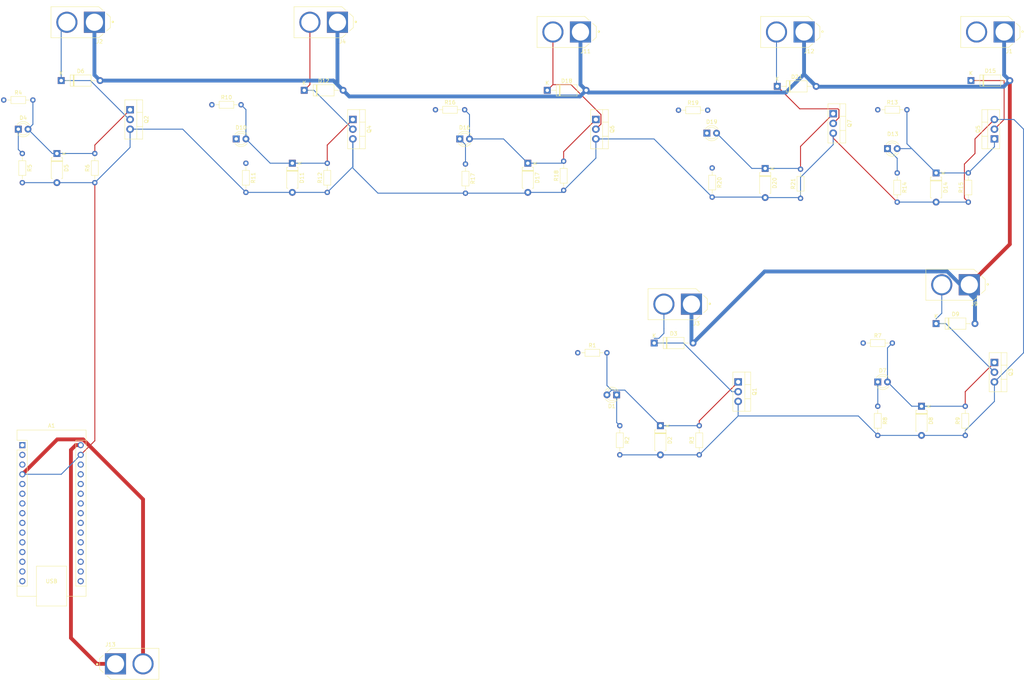
<source format=kicad_pcb>
(kicad_pcb (version 20211014) (generator pcbnew)
  (layers (0 "F.Cu" signal) (31 "B.Cu" signal) (34 "B.Paste" user) (35 "F.Paste" user) (36 "B.SilkS" user "B.Silkscreen") (37 "F.SilkS" user "F.Silkscreen") (38 "B.Mask" user) (39 "F.Mask" user) (44 "Edge.Cuts" user))
  (net 0 "")
  (net 4 "GND")
  (net 19 "Net-(A1-Pad19)")
  (net 20 "Net-(A1-Pad20)")
  (net 21 "Net-(A1-Pad21)")
  (net 22 "Net-(A1-Pad22)")
  (net 27 "5V")
  (net 29 "+12V")
  (net 30 "Net-(D1-Pad1)")
  (net 31 "Net-(D1-Pad2)")
  (net 32 "Net-(D3-Pad1)")
  (net 33 "Net-(D4-Pad2)")
  (net 34 "Net-(D6-Pad1)")
  (net 35 "Net-(D7-Pad2)")
  (net 36 "Net-(D9-Pad1)")
  (net 37 "Net-(D10-Pad2)")
  (net 38 "Net-(D12-Pad1)")
  (net 39 "Net-(D13-Pad2)")
  (net 40 "Net-(D15-Pad1)")
  (net 41 "Net-(D16-Pad2)")
  (net 42 "Net-(D18-Pad1)")
  (net 43 "Net-(D19-Pad2)")
  (net 44 "Net-(D21-Pad1)")
  (net 45 "mosfet5")
  (net 46 "Net-(D4-Pad1)")
  (net 47 "Net-(D7-Pad1)")
  (net 48 "Net-(D10-Pad1)")
  (net 49 "Net-(D13-Pad1)")
  (net 50 "Net-(D16-Pad1)")
  (net 51 "Net-(D19-Pad1)")
  (net 52 "mosfet1")
  (net 53 "mosfet6")
  (net 54 "mosfet2")
  (net 55 "mosfet7")
  (net 56 "mostfet3")
  (net 57 "mosfet4")
  (footprint "Diode_THT:D_A-405_P10.16mm_Horizontal" (layer "F.Cu") (at 157.48 38.1)
    (fp_text reference "D18" (at 5.08 -2.47) (layer "F.SilkS"))
    (fp_text value "DIODE")
    (fp_text user "K" (at 0 -1.9) (layer "F.SilkS"))
    (pad "1" thru_hole rect (at 0 0) (size 1.8 1.8) (drill 0.9) (layers *.Cu *.Mask) (net 42 "Net-(D18-Pad1)"))
    (pad "2" thru_hole oval (at 10.16 0) (size 1.8 1.8) (drill 0.9) (layers *.Cu *.Mask) (net 29 "+12V"))
  )
  (footprint "Launchbox:AMASS_XT60-M" (layer "F.Cu") (at 273.26 22.86 180)
    (fp_text reference "J1" (at -4.92842 -5.03849) (layer "F.SilkS") (effects (font (size 1.000693 1.000693))))
    (fp_text value "XT60-M")
    (pad "1" thru_hole rect locked (at -3.6 0 180) (size 5.516 5.516) (drill 4.5) (layers *.Cu *.Mask) (net 29 "+12V"))
    (pad "2" thru_hole circle locked (at 3.6 0 180) (size 5.516 5.516) (drill 4.5) (layers *.Cu *.Mask) (net 32 "Net-(D3-Pad1)"))
  )
  (footprint "Diode_THT:D_A-405_P7.62mm_Horizontal" (layer "F.Cu") (at 259.08 59.69 -90)
    (fp_text reference "D14" (at 3.81 -2.47 90) (layer "F.SilkS"))
    (fp_text value "D_Zener")
    (fp_text user "K" (at 0 -1.9 90) (layer "F.SilkS"))
    (pad "1" thru_hole rect (at 0 0 270) (size 1.8 1.8) (drill 0.9) (layers *.Cu *.Mask) (net 39 "Net-(D13-Pad2)"))
    (pad "2" thru_hole oval (at 7.62 0 270) (size 1.8 1.8) (drill 0.9) (layers *.Cu *.Mask) (net 4 "GND"))
  )
  (footprint "LED_THT:LED_D3.0mm_Clear" (layer "F.Cu") (at 246.38 53.34)
    (fp_text reference "D13" (at 1.366487 -3.81) (layer "F.SilkS"))
    (fp_text value "LED")
    (pad "1" thru_hole rect (at 0 0) (size 1.8 1.8) (drill 0.9) (layers *.Cu *.Mask) (net 49 "Net-(D13-Pad1)"))
    (pad "2" thru_hole circle (at 2.54 0) (size 1.8 1.8) (drill 0.9) (layers *.Cu *.Mask) (net 39 "Net-(D13-Pad2)"))
  )
  (footprint "Diode_THT:D_A-405_P7.62mm_Horizontal" (layer "F.Cu") (at 187.04 125.73 -90)
    (fp_text reference "D2" (at 3.81 -2.47 90) (layer "F.SilkS"))
    (fp_text value "D_Zener")
    (fp_text user "K" (at 0 -1.9 90) (layer "F.SilkS"))
    (pad "1" thru_hole rect (at 0 0 270) (size 1.8 1.8) (drill 0.9) (layers *.Cu *.Mask) (net 31 "Net-(D1-Pad2)"))
    (pad "2" thru_hole oval (at 7.62 0 270) (size 1.8 1.8) (drill 0.9) (layers *.Cu *.Mask) (net 4 "GND"))
  )
  (footprint "LED_THT:LED_D3.0mm_Clear" (layer "F.Cu") (at 199.18 49.29)
    (fp_text reference "D19" (at 1.27 -2.96) (layer "F.SilkS"))
    (fp_text value "LED")
    (pad "1" thru_hole rect (at 0 0) (size 1.8 1.8) (drill 0.9) (layers *.Cu *.Mask) (net 51 "Net-(D19-Pad1)"))
    (pad "2" thru_hole circle (at 2.54 0) (size 1.8 1.8) (drill 0.9) (layers *.Cu *.Mask) (net 43 "Net-(D19-Pad2)"))
  )
  (footprint "Resistor_THT:R_Axial_DIN0204_L3.6mm_D1.6mm_P7.62mm_Horizontal" (layer "F.Cu") (at 243.84 120.65 -90)
    (fp_text reference "R8" (at 3.81 -1.92 90) (layer "F.SilkS"))
    (fp_text value "R")
    (pad "1" thru_hole circle (at 0 0 270) (size 1.4 1.4) (drill 0.7) (layers *.Cu *.Mask) (net 47 "Net-(D7-Pad1)"))
    (pad "2" thru_hole oval (at 7.62 0 270) (size 1.4 1.4) (drill 0.7) (layers *.Cu *.Mask) (net 4 "GND"))
  )
  (footprint "Package_TO_SOT_THT:TO-220-3_Vertical" (layer "F.Cu") (at 207.36 114.3 -90)
    (fp_text reference "Q1" (at 2.54 -4.27 90) (layer "F.SilkS"))
    (fp_text value "Q_NMOS_GDS")
    (pad "1" thru_hole rect (at 0 0 270) (size 1.905 2) (drill 1.1) (layers *.Cu *.Mask) (net 31 "Net-(D1-Pad2)"))
    (pad "2" thru_hole oval (at 2.54 0 270) (size 1.905 2) (drill 1.1) (layers *.Cu *.Mask) (net 32 "Net-(D3-Pad1)"))
    (pad "3" thru_hole oval (at 5.08 0 270) (size 1.905 2) (drill 1.1) (layers *.Cu *.Mask) (net 4 "GND"))
  )
  (footprint "Resistor_THT:R_Axial_DIN0204_L3.6mm_D1.6mm_P7.62mm_Horizontal" (layer "F.Cu") (at 161.76 64.24 90)
    (fp_text reference "R18" (at 3.81 -1.92 90) (layer "F.SilkS"))
    (fp_text value "R")
    (pad "1" thru_hole circle (at 0 0 90) (size 1.4 1.4) (drill 0.7) (layers *.Cu *.Mask) (net 4 "GND"))
    (pad "2" thru_hole oval (at 7.62 0 90) (size 1.4 1.4) (drill 0.7) (layers *.Cu *.Mask) (net 41 "Net-(D16-Pad2)"))
  )
  (footprint "Resistor_THT:R_Axial_DIN0204_L3.6mm_D1.6mm_P7.62mm_Horizontal" (layer "F.Cu") (at 100 64.77 90)
    (fp_text reference "R12" (at 3.81 -1.92 90) (layer "F.SilkS"))
    (fp_text value "R")
    (pad "1" thru_hole circle (at 0 0 90) (size 1.4 1.4) (drill 0.7) (layers *.Cu *.Mask) (net 4 "GND"))
    (pad "2" thru_hole oval (at 7.62 0 90) (size 1.4 1.4) (drill 0.7) (layers *.Cu *.Mask) (net 37 "Net-(D10-Pad2)"))
  )
  (footprint "Resistor_THT:R_Axial_DIN0204_L3.6mm_D1.6mm_P7.62mm_Horizontal" (layer "F.Cu") (at 248.92 59.69 -90)
    (fp_text reference "R14" (at 3.81 -1.92 90) (layer "F.SilkS"))
    (fp_text value "R")
    (pad "1" thru_hole circle (at 0 0 270) (size 1.4 1.4) (drill 0.7) (layers *.Cu *.Mask) (net 49 "Net-(D13-Pad1)"))
    (pad "2" thru_hole oval (at 7.62 0 270) (size 1.4 1.4) (drill 0.7) (layers *.Cu *.Mask) (net 4 "GND"))
  )
  (footprint "Resistor_THT:R_Axial_DIN0204_L3.6mm_D1.6mm_P7.62mm_Horizontal" (layer "F.Cu") (at 243.84 43.18)
    (fp_text reference "R13" (at 3.81 -1.92) (layer "F.SilkS"))
    (fp_text value "R")
    (pad "1" thru_hole circle (at 0 0) (size 1.4 1.4) (drill 0.7) (layers *.Cu *.Mask) (net 55 "mosfet7"))
    (pad "2" thru_hole oval (at 7.62 0) (size 1.4 1.4) (drill 0.7) (layers *.Cu *.Mask) (net 39 "Net-(D13-Pad2)"))
  )
  (footprint "Resistor_THT:R_Axial_DIN0204_L3.6mm_D1.6mm_P7.62mm_Horizontal" (layer "F.Cu") (at 78.74 57.15 -90)
    (fp_text reference "R11" (at 3.81 -1.92 90) (layer "F.SilkS"))
    (fp_text value "R")
    (pad "1" thru_hole circle (at 0 0 270) (size 1.4 1.4) (drill 0.7) (layers *.Cu *.Mask) (net 48 "Net-(D10-Pad1)"))
    (pad "2" thru_hole oval (at 7.62 0 270) (size 1.4 1.4) (drill 0.7) (layers *.Cu *.Mask) (net 4 "GND"))
  )
  (footprint "Launchbox:AMASS_XT60-M" (layer "F.Cu") (at 220.98 22.86 180)
    (fp_text reference "J12" (at -4.92842 -5.03849) (layer "F.SilkS") (effects (font (size 1.000693 1.000693))))
    (fp_text value "XT60-M")
    (pad "1" thru_hole rect locked (at -3.6 0 180) (size 5.516 5.516) (drill 4.5) (layers *.Cu *.Mask) (net 29 "+12V"))
    (pad "2" thru_hole circle locked (at 3.6 0 180) (size 5.516 5.516) (drill 4.5) (layers *.Cu *.Mask) (net 44 "Net-(D21-Pad1)"))
  )
  (footprint "Launchbox:AMASS_XT60-M" (layer "F.Cu") (at 35.56 20.32 180)
    (fp_text reference "J2" (at -4.92842 -5.03849) (layer "F.SilkS") (effects (font (size 1.000693 1.000693))))
    (fp_text value "XT60-M")
    (pad "1" thru_hole rect locked (at -3.6 0 180) (size 5.516 5.516) (drill 4.5) (layers *.Cu *.Mask) (net 29 "+12V"))
    (pad "2" thru_hole circle locked (at 3.6 0 180) (size 5.516 5.516) (drill 4.5) (layers *.Cu *.Mask) (net 34 "Net-(D6-Pad1)"))
  )
  (footprint "Diode_THT:D_A-405_P7.62mm_Horizontal" (layer "F.Cu") (at 214.42 58.51 -90)
    (fp_text reference "D20" (at 3.81 -2.47 90) (layer "F.SilkS"))
    (fp_text value "D_Zener")
    (fp_text user "K" (at 0 -1.9 90) (layer "F.SilkS"))
    (pad "1" thru_hole rect (at 0 0 270) (size 1.8 1.8) (drill 0.9) (layers *.Cu *.Mask) (net 43 "Net-(D19-Pad2)"))
    (pad "2" thru_hole oval (at 7.62 0 270) (size 1.8 1.8) (drill 0.9) (layers *.Cu *.Mask) (net 4 "GND"))
  )
  (footprint "Resistor_THT:R_Axial_DIN0204_L3.6mm_D1.6mm_P7.62mm_Horizontal" (layer "F.Cu") (at 15.46 40.64)
    (fp_text reference "R4" (at 3.81 -1.92) (layer "F.SilkS"))
    (fp_text value "R")
    (pad "1" thru_hole circle (at 0 0) (size 1.4 1.4) (drill 0.7) (layers *.Cu *.Mask) (net 52 "mosfet1"))
    (pad "2" thru_hole oval (at 7.62 0) (size 1.4 1.4) (drill 0.7) (layers *.Cu *.Mask) (net 33 "Net-(D4-Pad2)"))
  )
  (footprint "Resistor_THT:R_Axial_DIN0204_L3.6mm_D1.6mm_P7.62mm_Horizontal" (layer "F.Cu") (at 240.03 104.14)
    (fp_text reference "R7" (at 3.81 -1.92) (layer "F.SilkS"))
    (fp_text value "R")
    (pad "1" thru_hole circle (at 0 0) (size 1.4 1.4) (drill 0.7) (layers *.Cu *.Mask) (net 53 "mosfet6"))
    (pad "2" thru_hole oval (at 7.62 0) (size 1.4 1.4) (drill 0.7) (layers *.Cu *.Mask) (net 35 "Net-(D7-Pad2)"))
  )
  (footprint "Package_TO_SOT_THT:TO-220-3_Vertical" (layer "F.Cu") (at 48.48 43.18 -90)
    (fp_text reference "Q2" (at 2.54 -4.27 90) (layer "F.SilkS"))
    (fp_text value "Q_NMOS_GDS")
    (pad "1" thru_hole rect (at 0 0 270) (size 1.905 2) (drill 1.1) (layers *.Cu *.Mask) (net 33 "Net-(D4-Pad2)"))
    (pad "2" thru_hole oval (at 2.54 0 270) (size 1.905 2) (drill 1.1) (layers *.Cu *.Mask) (net 34 "Net-(D6-Pad1)"))
    (pad "3" thru_hole oval (at 5.08 0 270) (size 1.905 2) (drill 1.1) (layers *.Cu *.Mask) (net 4 "GND"))
  )
  (footprint "Resistor_THT:R_Axial_DIN0204_L3.6mm_D1.6mm_P7.62mm_Horizontal" (layer "F.Cu") (at 266.7 128.27 90)
    (fp_text reference "R9" (at 3.81 -1.92 90) (layer "F.SilkS"))
    (fp_text value "R")
    (pad "1" thru_hole circle (at 0 0 90) (size 1.4 1.4) (drill 0.7) (layers *.Cu *.Mask) (net 4 "GND"))
    (pad "2" thru_hole oval (at 7.62 0 90) (size 1.4 1.4) (drill 0.7) (layers *.Cu *.Mask) (net 35 "Net-(D7-Pad2)"))
  )
  (footprint "Diode_THT:D_A-405_P10.16mm_Horizontal" (layer "F.Cu") (at 268.18 35.56)
    (fp_text reference "D15" (at 5.08 -2.54) (layer "F.SilkS"))
    (fp_text value "DIODE")
    (fp_text user "K" (at 0 -1.9) (layer "F.SilkS"))
    (pad "1" thru_hole rect (at 0 0) (size 1.8 1.8) (drill 0.9) (layers *.Cu *.Mask) (net 40 "Net-(D15-Pad1)"))
    (pad "2" thru_hole oval (at 10.16 0) (size 1.8 1.8) (drill 0.9) (layers *.Cu *.Mask) (net 29 "+12V"))
  )
  (footprint "Package_TO_SOT_THT:TO-220-3_Vertical" (layer "F.Cu") (at 274.32 50.8 90)
    (fp_text reference "Q5" (at 2.54 -4.27 90) (layer "F.SilkS"))
    (fp_text value "Q_NMOS_GDS")
    (pad "1" thru_hole rect (at 0 0 90) (size 1.905 2) (drill 1.1) (layers *.Cu *.Mask) (net 39 "Net-(D13-Pad2)"))
    (pad "2" thru_hole oval (at 2.54 0 90) (size 1.905 2) (drill 1.1) (layers *.Cu *.Mask) (net 40 "Net-(D15-Pad1)"))
    (pad "3" thru_hole oval (at 5.08 0 90) (size 1.905 2) (drill 1.1) (layers *.Cu *.Mask) (net 4 "GND"))
  )
  (footprint "Diode_THT:D_A-405_P10.16mm_Horizontal" (layer "F.Cu") (at 185.42 104.14)
    (fp_text reference "D3" (at 5.08 -2.47) (layer "F.SilkS"))
    (fp_text value "DIODE")
    (fp_text user "K" (at 0 -1.9) (layer "F.SilkS"))
    (pad "1" thru_hole rect (at 0 0) (size 1.8 1.8) (drill 0.9) (layers *.Cu *.Mask) (net 32 "Net-(D3-Pad1)"))
    (pad "2" thru_hole oval (at 10.16 0) (size 1.8 1.8) (drill 0.9) (layers *.Cu *.Mask) (net 29 "+12V"))
  )
  (footprint "LED_THT:LED_D3.0mm_Clear" (layer "F.Cu") (at 76.2 50.8)
    (fp_text reference "D10" (at 1.27 -2.96) (layer "F.SilkS"))
    (fp_text value "LED")
    (pad "1" thru_hole rect (at 0 0) (size 1.8 1.8) (drill 0.9) (layers *.Cu *.Mask) (net 48 "Net-(D10-Pad1)"))
    (pad "2" thru_hole circle (at 2.54 0) (size 1.8 1.8) (drill 0.9) (layers *.Cu *.Mask) (net 37 "Net-(D10-Pad2)"))
  )
  (footprint "Package_TO_SOT_THT:TO-220-3_Vertical" (layer "F.Cu") (at 274.32 109.22 -90)
    (fp_text reference "Q3" (at 2.54 -4.27 90) (layer "F.SilkS"))
    (fp_text value "Q_NMOS_GDS")
    (pad "1" thru_hole rect (at 0 0 270) (size 1.905 2) (drill 1.1) (layers *.Cu *.Mask) (net 35 "Net-(D7-Pad2)"))
    (pad "2" thru_hole oval (at 2.54 0 270) (size 1.905 2) (drill 1.1) (layers *.Cu *.Mask) (net 36 "Net-(D9-Pad1)"))
    (pad "3" thru_hole oval (at 5.08 0 270) (size 1.905 2) (drill 1.1) (layers *.Cu *.Mask) (net 4 "GND"))
  )
  (footprint "Resistor_THT:R_Axial_DIN0204_L3.6mm_D1.6mm_P7.62mm_Horizontal" (layer "F.Cu") (at 165.45 106.68)
    (fp_text reference "R1" (at 3.81 -1.92) (layer "F.SilkS"))
    (fp_text value "R")
    (pad "1" thru_hole circle (at 0 0) (size 1.4 1.4) (drill 0.7) (layers *.Cu *.Mask) (net 45 "mosfet5"))
    (pad "2" thru_hole oval (at 7.62 0) (size 1.4 1.4) (drill 0.7) (layers *.Cu *.Mask) (net 31 "Net-(D1-Pad2)"))
  )
  (footprint "Resistor_THT:R_Axial_DIN0204_L3.6mm_D1.6mm_P7.62mm_Horizontal" (layer "F.Cu") (at 69.85 41.87)
    (fp_text reference "R10" (at 3.81 -1.92) (layer "F.SilkS"))
    (fp_text value "R")
    (pad "1" thru_hole circle (at 0 0) (size 1.4 1.4) (drill 0.7) (layers *.Cu *.Mask) (net 54 "mosfet2"))
    (pad "2" thru_hole oval (at 7.62 0) (size 1.4 1.4) (drill 0.7) (layers *.Cu *.Mask) (net 37 "Net-(D10-Pad2)"))
  )
  (footprint "Diode_THT:D_A-405_P10.16mm_Horizontal" (layer "F.Cu") (at 93.98 38.1)
    (fp_text reference "D12" (at 5.08 -2.47) (layer "F.SilkS"))
    (fp_text value "DIODE")
    (fp_text user "K" (at 0 -1.9) (layer "F.SilkS"))
    (pad "1" thru_hole rect (at 0 0) (size 1.8 1.8) (drill 0.9) (layers *.Cu *.Mask) (net 38 "Net-(D12-Pad1)"))
    (pad "2" thru_hole oval (at 10.16 0) (size 1.8 1.8) (drill 0.9) (layers *.Cu *.Mask) (net 29 "+12V"))
  )
  (footprint "Diode_THT:D_A-405_P10.16mm_Horizontal" (layer "F.Cu") (at 30.48 35.56)
    (fp_text reference "D6" (at 5.08 -2.47) (layer "F.SilkS"))
    (fp_text value "DIODE")
    (fp_text user "K" (at 0 -1.9) (layer "F.SilkS"))
    (pad "1" thru_hole rect (at 0 0) (size 1.8 1.8) (drill 0.9) (layers *.Cu *.Mask) (net 34 "Net-(D6-Pad1)"))
    (pad "2" thru_hole oval (at 10.16 0) (size 1.8 1.8) (drill 0.9) (layers *.Cu *.Mask) (net 29 "+12V"))
  )
  (footprint "Resistor_THT:R_Axial_DIN0204_L3.6mm_D1.6mm_P7.62mm_Horizontal" (layer "F.Cu") (at 191.77 43.29)
    (fp_text reference "R19" (at 3.81 -1.92) (layer "F.SilkS"))
    (fp_text value "R")
    (pad "1" thru_hole circle (at 0 0) (size 1.4 1.4) (drill 0.7) (layers *.Cu *.Mask) (net 57 "mosfet4"))
    (pad "2" thru_hole oval (at 7.62 0) (size 1.4 1.4) (drill 0.7) (layers *.Cu *.Mask) (net 43 "Net-(D19-Pad2)"))
  )
  (footprint "Launchbox:AMASS_XT60-M" (layer "F.Cu") (at 162.56 22.86 180)
    (fp_text reference "J11" (at -4.92842 -5.03849) (layer "F.SilkS") (effects (font (size 1.000693 1.000693))))
    (fp_text value "XT60-M")
    (pad "1" thru_hole rect locked (at -3.6 0 180) (size 5.516 5.516) (drill 4.5) (layers *.Cu *.Mask) (net 29 "+12V"))
    (pad "2" thru_hole circle locked (at 3.6 0 180) (size 5.516 5.516) (drill 4.5) (layers *.Cu *.Mask) (net 42 "Net-(D18-Pad1)"))
  )
  (footprint "Resistor_THT:R_Axial_DIN0204_L3.6mm_D1.6mm_P7.62mm_Horizontal" (layer "F.Cu") (at 223.66 66.33 90)
    (fp_text reference "R21" (at 3.81 -1.92 90) (layer "F.SilkS"))
    (fp_text value "R")
    (pad "1" thru_hole circle (at 0 0 90) (size 1.4 1.4) (drill 0.7) (layers *.Cu *.Mask) (net 4 "GND"))
    (pad "2" thru_hole oval (at 7.62 0 90) (size 1.4 1.4) (drill 0.7) (layers *.Cu *.Mask) (net 43 "Net-(D19-Pad2)"))
  )
  (footprint "Diode_THT:D_A-405_P7.62mm_Horizontal" (layer "F.Cu") (at 152.4 57.15 -90)
    (fp_text reference "D17" (at 3.81 -2.47 90) (layer "F.SilkS"))
    (fp_text value "D_Zener")
    (fp_text user "K" (at 0 -1.9 90) (layer "F.SilkS"))
    (pad "1" thru_hole rect (at 0 0 270) (size 1.8 1.8) (drill 0.9) (layers *.Cu *.Mask) (net 41 "Net-(D16-Pad2)"))
    (pad "2" thru_hole oval (at 7.62 0 270) (size 1.8 1.8) (drill 0.9) (layers *.Cu *.Mask) (net 4 "GND"))
  )
  (footprint "Diode_THT:D_A-405_P7.62mm_Horizontal" (layer "F.Cu") (at 29.35 54.61 -90)
    (fp_text reference "D5" (at 3.81 -2.47 90) (layer "F.SilkS"))
    (fp_text value "D_Zener")
    (fp_text user "K" (at 0 -1.9 90) (layer "F.SilkS"))
    (pad "1" thru_hole rect (at 0 0 270) (size 1.8 1.8) (drill 0.9) (layers *.Cu *.Mask) (net 33 "Net-(D4-Pad2)"))
    (pad "2" thru_hole oval (at 7.62 0 270) (size 1.8 1.8) (drill 0.9) (layers *.Cu *.Mask) (net 4 "GND"))
  )
  (footprint "Package_TO_SOT_THT:TO-220-3_Vertical" (layer "F.Cu") (at 106.68 45.72 -90)
    (fp_text reference "Q4" (at 2.54 -4.27 90) (layer "F.SilkS"))
    (fp_text value "Q_NMOS_GDS")
    (pad "1" thru_hole rect (at 0 0 270) (size 1.905 2) (drill 1.1) (layers *.Cu *.Mask) (net 37 "Net-(D10-Pad2)"))
    (pad "2" thru_hole oval (at 2.54 0 270) (size 1.905 2) (drill 1.1) (layers *.Cu *.Mask) (net 38 "Net-(D12-Pad1)"))
    (pad "3" thru_hole oval (at 5.08 0 270) (size 1.905 2) (drill 1.1) (layers *.Cu *.Mask) (net 4 "GND"))
  )
  (footprint "Resistor_THT:R_Axial_DIN0204_L3.6mm_D1.6mm_P7.62mm_Horizontal" (layer "F.Cu") (at 128.27 43.18)
    (fp_text reference "R16" (at 3.81 -1.92) (layer "F.SilkS"))
    (fp_text value "R")
    (pad "1" thru_hole circle (at 0 0) (size 1.4 1.4) (drill 0.7) (layers *.Cu *.Mask) (net 56 "mostfet3"))
    (pad "2" thru_hole oval (at 7.62 0) (size 1.4 1.4) (drill 0.7) (layers *.Cu *.Mask) (net 41 "Net-(D16-Pad2)"))
  )
  (footprint "LED_THT:LED_D3.0mm_Clear" (layer "F.Cu") (at 134.62 50.8)
    (fp_text reference "D16" (at 1.27 -2.96) (layer "F.SilkS"))
    (fp_text value "LED")
    (pad "1" thru_hole rect (at 0 0) (size 1.8 1.8) (drill 0.9) (layers *.Cu *.Mask) (net 50 "Net-(D16-Pad1)"))
    (pad "2" thru_hole circle (at 2.54 0) (size 1.8 1.8) (drill 0.9) (layers *.Cu *.Mask) (net 41 "Net-(D16-Pad2)"))
  )
  (footprint "Resistor_THT:R_Axial_DIN0204_L3.6mm_D1.6mm_P7.62mm_Horizontal" (layer "F.Cu") (at 200.57 58.39 -90)
    (fp_text reference "R20" (at 3.81 -1.92 90) (layer "F.SilkS"))
    (fp_text value "R")
    (pad "1" thru_hole circle (at 0 0 270) (size 1.4 1.4) (drill 0.7) (layers *.Cu *.Mask) (net 51 "Net-(D19-Pad1)"))
    (pad "2" thru_hole oval (at 7.62 0 270) (size 1.4 1.4) (drill 0.7) (layers *.Cu *.Mask) (net 4 "GND"))
  )
  (footprint "Launchbox:AMASS_XT60-M" (layer "F.Cu") (at 99.06 20.32 180)
    (fp_text reference "J4" (at -4.92842 -5.03849) (layer "F.SilkS") (effects (font (size 1.000693 1.000693))))
    (fp_text value "XT60-M")
    (pad "1" thru_hole rect locked (at -3.6 0 180) (size 5.516 5.516) (drill 4.5) (layers *.Cu *.Mask) (net 29 "+12V"))
    (pad "2" thru_hole circle locked (at 3.6 0 180) (size 5.516 5.516) (drill 4.5) (layers *.Cu *.Mask) (net 38 "Net-(D12-Pad1)"))
  )
  (footprint "LED_THT:LED_D3.0mm_Clear" (layer "F.Cu") (at 243.84 114.3)
    (fp_text reference "D7" (at 1.27 -2.96) (layer "F.SilkS"))
    (fp_text value "LED")
    (pad "1" thru_hole rect (at 0 0) (size 1.8 1.8) (drill 0.9) (layers *.Cu *.Mask) (net 47 "Net-(D7-Pad1)"))
    (pad "2" thru_hole circle (at 2.54 0) (size 1.8 1.8) (drill 0.9) (layers *.Cu *.Mask) (net 35 "Net-(D7-Pad2)"))
  )
  (footprint "Resistor_THT:R_Axial_DIN0204_L3.6mm_D1.6mm_P7.62mm_Horizontal" (layer "F.Cu") (at 197.2 133.35 90)
    (fp_text reference "R3" (at 3.81 -1.92 90) (layer "F.SilkS"))
    (fp_text value "R")
    (pad "1" thru_hole circle (at 0 0 90) (size 1.4 1.4) (drill 0.7) (layers *.Cu *.Mask) (net 4 "GND"))
    (pad "2" thru_hole oval (at 7.62 0 90) (size 1.4 1.4) (drill 0.7) (layers *.Cu *.Mask) (net 31 "Net-(D1-Pad2)"))
  )
  (footprint "Diode_THT:D_A-405_P10.16mm_Horizontal" (layer "F.Cu") (at 259.08 99.06)
    (fp_text reference "D9" (at 5.08 -2.47) (layer "F.SilkS"))
    (fp_text value "DIODE")
    (fp_text user "K" (at 0 -1.9) (layer "F.SilkS"))
    (pad "1" thru_hole rect (at 0 0) (size 1.8 1.8) (drill 0.9) (layers *.Cu *.Mask) (net 36 "Net-(D9-Pad1)"))
    (pad "2" thru_hole oval (at 10.16 0) (size 1.8 1.8) (drill 0.9) (layers *.Cu *.Mask) (net 29 "+12V"))
  )
  (footprint "LED_THT:LED_D3.0mm_Clear" (layer "F.Cu") (at 19.27 48.26)
    (fp_text reference "D4" (at 1.27 -2.96) (layer "F.SilkS"))
    (fp_text value "LED")
    (pad "1" thru_hole rect (at 0 0) (size 1.8 1.8) (drill 0.9) (layers *.Cu *.Mask) (net 46 "Net-(D4-Pad1)"))
    (pad "2" thru_hole circle (at 2.54 0) (size 1.8 1.8) (drill 0.9) (layers *.Cu *.Mask) (net 33 "Net-(D4-Pad2)"))
  )
  (footprint "Resistor_THT:R_Axial_DIN0204_L3.6mm_D1.6mm_P7.62mm_Horizontal" (layer "F.Cu") (at 39.26 62.23 90)
    (fp_text reference "R6" (at 3.81 -1.92 90) (layer "F.SilkS"))
    (fp_text value "R")
    (pad "1" thru_hole circle (at 0 0 90) (size 1.4 1.4) (drill 0.7) (layers *.Cu *.Mask) (net 4 "GND"))
    (pad "2" thru_hole oval (at 7.62 0 90) (size 1.4 1.4) (drill 0.7) (layers *.Cu *.Mask) (net 33 "Net-(D4-Pad2)"))
  )
  (footprint "Diode_THT:D_A-405_P7.62mm_Horizontal" (layer "F.Cu") (at 255.27 120.65 -90)
    (fp_text reference "D8" (at 3.81 -2.47 90) (layer "F.SilkS"))
    (fp_text value "D_Zener")
    (fp_text user "K" (at 0 -1.9 90) (layer "F.SilkS"))
    (pad "1" thru_hole rect (at 0 0 270) (size 1.8 1.8) (drill 0.9) (layers *.Cu *.Mask) (net 35 "Net-(D7-Pad2)"))
    (pad "2" thru_hole oval (at 7.62 0 270) (size 1.8 1.8) (drill 0.9) (layers *.Cu *.Mask) (net 4 "GND"))
  )
  (footprint "Package_TO_SOT_THT:TO-220-3_Vertical" (layer "F.Cu") (at 170.18 45.72 -90)
    (fp_text reference "Q6" (at 2.54 -4.27 90) (layer "F.SilkS"))
    (fp_text value "Q_NMOS_GDS")
    (pad "1" thru_hole rect (at 0 0 270) (size 1.905 2) (drill 1.1) (layers *.Cu *.Mask) (net 41 "Net-(D16-Pad2)"))
    (pad "2" thru_hole oval (at 2.54 0 270) (size 1.905 2) (drill 1.1) (layers *.Cu *.Mask) (net 42 "Net-(D18-Pad1)"))
    (pad "3" thru_hole oval (at 5.08 0 270) (size 1.905 2) (drill 1.1) (layers *.Cu *.Mask) (net 4 "GND"))
  )
  (footprint "Launchbox:AMASS_XT60-M" (layer "F.Cu") (at 264.16 88.9 180)
    (fp_text reference "J9" (at -4.92842 -5.03849) (layer "F.SilkS") (effects (font (size 1.000693 1.000693))))
    (fp_text value "XT60-M")
    (pad "1" thru_hole rect locked (at -3.6 0 180) (size 5.516 5.516) (drill 4.5) (layers *.Cu *.Mask) (net 29 "+12V"))
    (pad "2" thru_hole circle locked (at 3.6 0 180) (size 5.516 5.516) (drill 4.5) (layers *.Cu *.Mask) (net 40 "Net-(D15-Pad1)"))
  )
  (footprint "Package_TO_SOT_THT:TO-220-3_Vertical" (layer "F.Cu") (at 232.2 44.21 -90)
    (fp_text reference "Q7" (at 2.54 -4.27 90) (layer "F.SilkS"))
    (fp_text value "Q_NMOS_GDS")
    (pad "1" thru_hole rect (at 0 0 270) (size 1.905 2) (drill 1.1) (layers *.Cu *.Mask) (net 43 "Net-(D19-Pad2)"))
    (pad "2" thru_hole oval (at 2.54 0 270) (size 1.905 2) (drill 1.1) (layers *.Cu *.Mask) (net 44 "Net-(D21-Pad1)"))
    (pad "3" thru_hole oval (at 5.08 0 270) (size 1.905 2) (drill 1.1) (layers *.Cu *.Mask) (net 4 "GND"))
  )
  (footprint "Resistor_THT:R_Axial_DIN0204_L3.6mm_D1.6mm_P7.62mm_Horizontal" (layer "F.Cu") (at 176.44 125.73 -90)
    (fp_text reference "R2" (at 3.81 -1.92 90) (layer "F.SilkS"))
    (fp_text value "R")
    (pad "1" thru_hole circle (at 0 0 270) (size 1.4 1.4) (drill 0.7) (layers *.Cu *.Mask) (net 30 "Net-(D1-Pad1)"))
    (pad "2" thru_hole oval (at 7.62 0 270) (size 1.4 1.4) (drill 0.7) (layers *.Cu *.Mask) (net 4 "GND"))
  )
  (footprint "Launchbox:AMASS_XT60-M" (layer "F.Cu") (at 48.26 187.96)
    (fp_text reference "J13" (at -4.92842 -5.03849) (layer "F.SilkS") (effects (font (size 1.000693 1.000693))))
    (fp_text value "XT60-M")
    (pad "1" thru_hole rect locked (at -3.6 0) (size 5.516 5.516) (drill 4.5) (layers *.Cu *.Mask) (net 29 "+12V"))
    (pad "2" thru_hole circle locked (at 3.6 0) (size 5.516 5.516) (drill 4.5) (layers *.Cu *.Mask) (net 4 "GND"))
  )
  (footprint "Resistor_THT:R_Axial_DIN0204_L3.6mm_D1.6mm_P7.62mm_Horizontal" (layer "F.Cu") (at 136.11 57.36 -90)
    (fp_text reference "R17" (at 3.81 -1.92 90) (layer "F.SilkS"))
    (fp_text value "R")
    (pad "1" thru_hole circle (at 0 0 270) (size 1.4 1.4) (drill 0.7) (layers *.Cu *.Mask) (net 50 "Net-(D16-Pad1)"))
    (pad "2" thru_hole oval (at 7.62 0 270) (size 1.4 1.4) (drill 0.7) (layers *.Cu *.Mask) (net 4 "GND"))
  )
  (footprint "Diode_THT:D_A-405_P7.62mm_Horizontal" (layer "F.Cu") (at 90.87 57.15 -90)
    (fp_text reference "D11" (at 3.81 -2.47 90) (layer "F.SilkS"))
    (fp_text value "D_Zener")
    (fp_text user "K" (at 0 -1.9 90) (layer "F.SilkS"))
    (pad "1" thru_hole rect (at 0 0 270) (size 1.8 1.8) (drill 0.9) (layers *.Cu *.Mask) (net 37 "Net-(D10-Pad2)"))
    (pad "2" thru_hole oval (at 7.62 0 270) (size 1.8 1.8) (drill 0.9) (layers *.Cu *.Mask) (net 4 "GND"))
  )
  (footprint "Resistor_THT:R_Axial_DIN0204_L3.6mm_D1.6mm_P7.62mm_Horizontal" (layer "F.Cu") (at 20.32 54.61 -90)
    (fp_text reference "R5" (at 3.81 -1.92 90) (layer "F.SilkS"))
    (fp_text value "R")
    (pad "1" thru_hole circle (at 0 0 270) (size 1.4 1.4) (drill 0.7) (layers *.Cu *.Mask) (net 46 "Net-(D4-Pad1)"))
    (pad "2" thru_hole oval (at 7.62 0 270) (size 1.4 1.4) (drill 0.7) (layers *.Cu *.Mask) (net 4 "GND"))
  )
  (footprint "Module:Arduino_Nano" (layer "F.Cu") (at 20.33 130.81)
    (fp_text reference "A1" (at 7.62 -5.08) (layer "F.SilkS"))
    (fp_text value "Arduino_Nano_v3.x")
    (fp_text user "USB" (at 7.62 35.56 unlocked) (layer "F.SilkS"))
    (pad "1" thru_hole rect (at 0 0) (size 1.6 1.6) (drill 1) (layers *.Cu *.Mask))
    (pad "2" thru_hole oval (at 0 2.54) (size 1.6 1.6) (drill 1) (layers *.Cu *.Mask))
    (pad "3" thru_hole oval (at 0 5.08) (size 1.6 1.6) (drill 1) (layers *.Cu *.Mask))
    (pad "4" thru_hole oval (at 0 7.62) (size 1.6 1.6) (drill 1) (layers *.Cu *.Mask) (net 4 "GND"))
    (pad "5" thru_hole oval (at 0 10.16) (size 1.6 1.6) (drill 1) (layers *.Cu *.Mask))
    (pad "6" thru_hole oval (at 0 12.7) (size 1.6 1.6) (drill 1) (layers *.Cu *.Mask))
    (pad "7" thru_hole oval (at 0 15.24) (size 1.6 1.6) (drill 1) (layers *.Cu *.Mask))
    (pad "8" thru_hole oval (at 0 17.78) (size 1.6 1.6) (drill 1) (layers *.Cu *.Mask))
    (pad "9" thru_hole oval (at 0 20.32) (size 1.6 1.6) (drill 1) (layers *.Cu *.Mask))
    (pad "10" thru_hole oval (at 0 22.86) (size 1.6 1.6) (drill 1) (layers *.Cu *.Mask))
    (pad "11" thru_hole oval (at 0 25.4) (size 1.6 1.6) (drill 1) (layers *.Cu *.Mask))
    (pad "12" thru_hole oval (at 0 27.94) (size 1.6 1.6) (drill 1) (layers *.Cu *.Mask))
    (pad "13" thru_hole oval (at 0 30.48) (size 1.6 1.6) (drill 1) (layers *.Cu *.Mask))
    (pad "14" thru_hole oval (at 0 33.02) (size 1.6 1.6) (drill 1) (layers *.Cu *.Mask))
    (pad "15" thru_hole oval (at 0 35.56) (size 1.6 1.6) (drill 1) (layers *.Cu *.Mask))
    (pad "16" thru_hole oval (at 15.24 35.56) (size 1.6 1.6) (drill 1) (layers *.Cu *.Mask))
    (pad "17" thru_hole oval (at 15.24 33.02) (size 1.6 1.6) (drill 1) (layers *.Cu *.Mask))
    (pad "18" thru_hole oval (at 15.24 30.48) (size 1.6 1.6) (drill 1) (layers *.Cu *.Mask))
    (pad "19" thru_hole oval (at 15.24 27.94) (size 1.6 1.6) (drill 1) (layers *.Cu *.Mask) (net 19 "Net-(A1-Pad19)"))
    (pad "20" thru_hole oval (at 15.24 25.4) (size 1.6 1.6) (drill 1) (layers *.Cu *.Mask) (net 20 "Net-(A1-Pad20)"))
    (pad "21" thru_hole oval (at 15.24 22.86) (size 1.6 1.6) (drill 1) (layers *.Cu *.Mask) (net 21 "Net-(A1-Pad21)"))
    (pad "22" thru_hole oval (at 15.24 20.32) (size 1.6 1.6) (drill 1) (layers *.Cu *.Mask) (net 22 "Net-(A1-Pad22)"))
    (pad "23" thru_hole oval (at 15.24 17.78) (size 1.6 1.6) (drill 1) (layers *.Cu *.Mask))
    (pad "24" thru_hole oval (at 15.24 15.24) (size 1.6 1.6) (drill 1) (layers *.Cu *.Mask))
    (pad "25" thru_hole oval (at 15.24 12.7) (size 1.6 1.6) (drill 1) (layers *.Cu *.Mask))
    (pad "26" thru_hole oval (at 15.24 10.16) (size 1.6 1.6) (drill 1) (layers *.Cu *.Mask))
    (pad "27" thru_hole oval (at 15.24 7.62) (size 1.6 1.6) (drill 1) (layers *.Cu *.Mask) (net 27 "5V"))
    (pad "28" thru_hole oval (at 15.24 5.08) (size 1.6 1.6) (drill 1) (layers *.Cu *.Mask))
    (pad "29" thru_hole oval (at 15.24 2.54) (size 1.6 1.6) (drill 1) (layers *.Cu *.Mask) (net 4 "GND"))
    (pad "30" thru_hole oval (at 15.24 0) (size 1.6 1.6) (drill 1) (layers *.Cu *.Mask) (net 29 "+12V"))
  )
  (footprint "Diode_THT:D_A-405_P10.16mm_Horizontal" (layer "F.Cu") (at 217.58 37.07)
    (fp_text reference "D21" (at 5.08 -2.47) (layer "F.SilkS"))
    (fp_text value "DIODE")
    (fp_text user "K" (at 0 -1.9) (layer "F.SilkS"))
    (pad "1" thru_hole rect (at 0 0) (size 1.8 1.8) (drill 0.9) (layers *.Cu *.Mask) (net 44 "Net-(D21-Pad1)"))
    (pad "2" thru_hole oval (at 10.16 0) (size 1.8 1.8) (drill 0.9) (layers *.Cu *.Mask) (net 29 "+12V"))
  )
  (footprint "LED_THT:LED_D3.0mm_Clear" (layer "F.Cu") (at 175.61 117.67 180)
    (fp_text reference "D1" (at 1.27 -2.96) (layer "F.SilkS"))
    (fp_text value "LED")
    (pad "1" thru_hole rect (at 0 0 180) (size 1.8 1.8) (drill 0.9) (layers *.Cu *.Mask) (net 30 "Net-(D1-Pad1)"))
    (pad "2" thru_hole circle (at 2.54 0 180) (size 1.8 1.8) (drill 0.9) (layers *.Cu *.Mask) (net 31 "Net-(D1-Pad2)"))
  )
  (footprint "Launchbox:AMASS_XT60-M" (layer "F.Cu") (at 191.56 93.98 180)
    (fp_text reference "J3" (at -4.92842 -5.03849) (layer "F.SilkS") (effects (font (size 1.000693 1.000693))))
    (fp_text value "XT60-M")
    (pad "1" thru_hole rect locked (at -3.6 0 180) (size 5.516 5.516) (drill 4.5) (layers *.Cu *.Mask) (net 29 "+12V"))
    (pad "2" thru_hole circle locked (at 3.6 0 180) (size 5.516 5.516) (drill 4.5) (layers *.Cu *.Mask) (net 36 "Net-(D9-Pad1)"))
  )
  (footprint "Resistor_THT:R_Axial_DIN0204_L3.6mm_D1.6mm_P7.62mm_Horizontal" (layer "F.Cu") (at 267.5 67.31 90)
    (fp_text reference "R15" (at 3.81 -1.92 90) (layer "F.SilkS"))
    (fp_text value "R")
    (pad "1" thru_hole circle (at 0 0 90) (size 1.4 1.4) (drill 0.7) (layers *.Cu *.Mask) (net 4 "GND"))
    (pad "2" thru_hole oval (at 7.62 0 90) (size 1.4 1.4) (drill 0.7) (layers *.Cu *.Mask) (net 39 "Net-(D13-Pad2)"))
  )
  (segment (start 35.57 133.35) (end 39.26 129.66) (width 0.25) (layer "F.Cu") (net 4))
  (segment (start 266.475 57.375) (end 266.475 66.285) (width 0.25) (layer "F.Cu") (net 4))
  (segment (start 232.2 50.59) (end 248.92 67.31) (width 0.25) (layer "F.Cu") (net 4))
  (segment (start 39.26 129.66) (end 39.26 62.23) (width 0.25) (layer "F.Cu") (net 4))
  (segment (start 29.45 129.31) (end 20.33 138.43) (width 1) (layer "F.Cu") (net 4))
  (segment (start 51.86 187.96) (end 51.86 144.978679) (width 1) (layer "F.Cu") (net 4))
  (segment (start 51.86 144.978679) (end 36.191321 129.31) (width 1) (layer "F.Cu") (net 4))
  (segment (start 232.2 49.29) (end 232.2 50.59) (width 0.25) (layer "F.Cu") (net 4))
  (segment (start 266.475 66.285) (end 267.5 67.31) (width 0.25) (layer "F.Cu") (net 4))
  (segment (start 36.191321 129.31) (end 29.45 129.31) (width 1) (layer "F.Cu") (net 4))
  (segment (start 269.24 50.8) (end 269.24 54.61) (width 0.25) (layer "F.Cu") (net 4))
  (segment (start 269.24 54.61) (end 266.475 57.375) (width 0.25) (layer "F.Cu") (net 4))
  (segment (start 274.32 45.72) (end 269.24 50.8) (width 0.25) (layer "F.Cu") (net 4))
  (segment (start 170.18 50.8) (end 185.36 50.8) (width 0.25) (layer "B.Cu") (net 4))
  (segment (start 30.49 138.43) (end 35.57 133.35) (width 0.25) (layer "B.Cu") (net 4))
  (segment (start 106.68 50.8) (end 106.68 58.42) (width 0.25) (layer "B.Cu") (net 4))
  (segment (start 238.76 123.19) (end 243.84 128.27) (width 0.25) (layer "B.Cu") (net 4))
  (segment (start 281.94 48.26) (end 279.4 45.72) (width 0.25) (layer "B.Cu") (net 4))
  (segment (start 223.46 66.13) (end 223.66 66.33) (width 0.25) (layer "B.Cu") (net 4))
  (segment (start 90.87 64.77) (end 100 64.77) (width 0.25) (layer "B.Cu") (net 4))
  (segment (start 113.24 64.98) (end 136.11 64.98) (width 0.25) (layer "B.Cu") (net 4))
  (segment (start 39.26 62.23) (end 29.35 62.23) (width 0.25) (layer "B.Cu") (net 4))
  (segment (start 214.3 66.01) (end 214.42 66.13) (width 0.25) (layer "B.Cu") (net 4))
  (segment (start 243.84 128.27) (end 255.27 128.27) (width 0.25) (layer "B.Cu") (net 4))
  (segment (start 78.74 64.77) (end 90.87 64.77) (width 0.25) (layer "B.Cu") (net 4))
  (segment (start 197.2 133.35) (end 207.36 123.19) (width 0.25) (layer "B.Cu") (net 4))
  (segment (start 176.44 133.35) (end 187.04 133.35) (width 0.25) (layer "B.Cu") (net 4))
  (segment (start 152.19 64.98) (end 152.4 64.77) (width 0.25) (layer "B.Cu") (net 4))
  (segment (start 214.42 66.13) (end 223.46 66.13) (width 0.25) (layer "B.Cu") (net 4))
  (segment (start 100 64.77) (end 106.68 58.09) (width 0.25) (layer "B.Cu") (net 4))
  (segment (start 281.94 106.68) (end 281.94 48.26) (width 0.25) (layer "B.Cu") (net 4))
  (segment (start 279.4 45.72) (end 274.32 45.72) (width 0.25) (layer "B.Cu") (net 4))
  (segment (start 106.68 58.42) (end 113.24 64.98) (width 0.25) (layer "B.Cu") (net 4))
  (segment (start 266.7 128.27) (end 266.7 127) (width 0.25) (layer "B.Cu") (net 4))
  (segment (start 152.4 64.77) (end 161.23 64.77) (width 0.25) (layer "B.Cu") (net 4))
  (segment (start 170.18 55.82) (end 170.18 50.8) (width 0.25) (layer "B.Cu") (net 4))
  (segment (start 48.48 53.01) (end 48.48 48.26) (width 0.25) (layer "B.Cu") (net 4))
  (segment (start 207.36 123.19) (end 238.76 123.19) (width 0.25) (layer "B.Cu") (net 4))
  (segment (start 20.32 62.23) (end 29.35 62.23) (width 0.25) (layer "B.Cu") (net 4))
  (segment (start 39.26 62.23) (end 48.48 53.01) (width 0.25) (layer "B.Cu") (net 4))
  (segment (start 259.08 67.31) (end 248.92 67.31) (width 0.25) (layer "B.Cu") (net 4))
  (segment (start 274.32 119.38) (end 274.32 114.3) (width 0.25) (layer "B.Cu") (net 4))
  (segment (start 207.36 123.19) (end 207.36 119.38) (width 0.25) (layer "B.Cu") (net 4))
  (segment (start 255.27 128.27) (end 266.7 128.27) (width 0.25) (layer "B.Cu") (net 4))
  (segment (start 62.23 48.26) (end 78.74 64.77) (width 0.25) (layer "B.Cu") (net 4))
  (segment (start 200.57 66.01) (end 214.3 66.01) (width 0.25) (layer "B.Cu") (net 4))
  (segment (start 185.36 50.8) (end 200.57 66.01) (width 0.25) (layer "B.Cu") (net 4))
  (segment (start 274.32 114.3) (end 281.94 106.68) (width 0.25) (layer "B.Cu") (net 4))
  (segment (start 197.2 133.35) (end 187.04 133.35) (width 0.25) (layer "B.Cu") (net 4))
  (segment (start 161.76 64.24) (end 170.18 55.82) (width 0.25) (layer "B.Cu") (net 4))
  (segment (start 259.08 67.31) (end 267.5 67.31) (width 0.25) (layer "B.Cu") (net 4))
  (segment (start 20.33 138.43) (end 30.49 138.43) (width 0.25) (layer "B.Cu") (net 4))
  (segment (start 106.68 58.09) (end 106.68 50.8) (width 0.25) (layer "B.Cu") (net 4))
  (segment (start 48.48 48.26) (end 62.23 48.26) (width 0.25) (layer "B.Cu") (net 4))
  (segment (start 136.11 64.98) (end 152.19 64.98) (width 0.25) (layer "B.Cu") (net 4))
  (segment (start 223.66 60.82) (end 232.2 52.28) (width 0.25) (layer "B.Cu") (net 4))
  (segment (start 223.66 66.33) (end 223.66 60.82) (width 0.25) (layer "B.Cu") (net 4))
  (segment (start 161.23 64.77) (end 161.76 64.24) (width 0.25) (layer "B.Cu") (net 4))
  (segment (start 266.7 127) (end 274.32 119.38) (width 0.25) (layer "B.Cu") (net 4))
  (segment (start 232.2 52.28) (end 232.2 49.29) (width 0.25) (layer "B.Cu") (net 4))
  (segment (start 39.798679 187.96) (end 33.02 181.181321) (width 1) (layer "F.Cu") (net 29))
  (segment (start 33.02 181.181321) (end 33.02 132.08) (width 1) (layer "F.Cu") (net 29))
  (segment (start 44.66 187.96) (end 39.798679 187.96) (width 1) (layer "F.Cu") (net 29))
  (segment (start 34.29 130.81) (end 35.57 130.81) (width 1) (layer "F.Cu") (net 29))
  (segment (start 278.34 78.32) (end 267.76 88.9) (width 1) (layer "F.Cu") (net 29))
  (segment (start 278.34 35.56) (end 278.34 78.32) (width 1) (layer "F.Cu") (net 29))
  (segment (start 33.02 132.08) (end 34.29 130.81) (width 1) (layer "F.Cu") (net 29))
  (segment (start 166.16 36.62) (end 167.64 38.1) (width 1) (layer "B.Cu") (net 29))
  (segment (start 276.86 34.08) (end 278.34 35.56) (width 1) (layer "B.Cu") (net 29))
  (segment (start 195.16 93.98) (end 195.16 103.72) (width 1) (layer "B.Cu") (net 29))
  (segment (start 167.835 38.295) (end 167.64 38.1) (width 0.25) (layer "B.Cu") (net 29))
  (segment (start 102.66 36.62) (end 104.14 38.1) (width 1) (layer "B.Cu") (net 29))
  (segment (start 269.24 99.06) (end 269.24 90.38) (width 1) (layer "B.Cu") (net 29))
  (segment (start 39.16 20.32) (end 39.16 34.08) (width 1) (layer "B.Cu") (net 29))
  (segment (start 226.145 35.475) (end 227.83 37.16) (width 1) (layer "B.Cu") (net 29))
  (segment (start 224.58 33.91) (end 219.82 38.67) (width 1) (layer "B.Cu") (net 29))
  (segment (start 226.145 35.475) (end 227.74 37.07) (width 1) (layer "B.Cu") (net 29))
  (segment (start 101.6 35.56) (end 104.14 38.1) (width 1) (layer "B.Cu") (net 29))
  (segment (start 224.58 22.86) (end 224.58 33.91) (width 1) (layer "B.Cu") (net 29))
  (segment (start 276.74 37.16) (end 278.34 35.56) (width 1) (layer "B.Cu") (net 29))
  (segment (start 269.24 99.06) (end 269.24 92.689649) (width 1) (layer "B.Cu") (net 29))
  (segment (start 40.64 35.56) (end 101.6 35.56) (width 1) (layer "B.Cu") (net 29))
  (segment (start 104.14 38.1) (end 105.74 39.7) (width 1) (layer "B.Cu") (net 29))
  (segment (start 166.16 22.86) (end 166.16 36.62) (width 1) (layer "B.Cu") (net 29))
  (segment (start 276.86 22.86) (end 276.86 34.08) (width 1) (layer "B.Cu") (net 29))
  (segment (start 261.992351 85.442) (end 214.278 85.442) (width 1) (layer "B.Cu") (net 29))
  (segment (start 105.74 39.7) (end 166.04 39.7) (width 1) (layer "B.Cu") (net 29))
  (segment (start 214.278 85.442) (end 195.58 104.14) (width 1) (layer "B.Cu") (net 29))
  (segment (start 195.16 103.72) (end 195.58 104.14) (width 1) (layer "B.Cu") (net 29))
  (segment (start 166.415 39.325) (end 167.64 38.1) (width 0.25) (layer "B.Cu") (net 29))
  (segment (start 219.82 38.67) (end 168.21 38.67) (width 1) (layer "B.Cu") (net 29))
  (segment (start 168.21 38.67) (end 167.64 38.1) (width 1) (layer "B.Cu") (net 29))
  (segment (start 224.58 33.91) (end 226.145 35.475) (width 1) (layer "B.Cu") (net 29))
  (segment (start 102.66 20.32) (end 102.66 36.62) (width 1) (layer "B.Cu") (net 29))
  (segment (start 39.16 34.08) (end 40.64 35.56) (width 1) (layer "B.Cu") (net 29))
  (segment (start 227.83 37.16) (end 276.74 37.16) (width 1) (layer "B.Cu") (net 29))
  (segment (start 269.24 92.689649) (end 261.992351 85.442) (width 1) (layer "B.Cu") (net 29))
  (segment (start 166.04 39.7) (end 167.64 38.1) (width 1) (layer "B.Cu") (net 29))
  (segment (start 269.24 90.38) (end 267.76 88.9) (width 1) (layer "B.Cu") (net 29))
  (segment (start 175.61 124.9) (end 175.61 117.67) (width 0.25) (layer "B.Cu") (net 30))
  (segment (start 176.44 125.73) (end 175.61 124.9) (width 0.25) (layer "B.Cu") (net 30))
  (segment (start 197.2 124.46) (end 207.36 114.3) (width 0.25) (layer "F.Cu") (net 31))
  (segment (start 197.2 125.73) (end 197.2 124.46) (width 0.25) (layer "F.Cu") (net 31))
  (segment (start 187.04 125.73) (end 197.2 125.73) (width 0.25) (layer "B.Cu") (net 31))
  (segment (start 173.07 115.22) (end 173.07 106.68) (width 0.25) (layer "B.Cu") (net 31))
  (segment (start 177.755 116.445) (end 187.04 125.73) (width 0.25) (layer "B.Cu") (net 31))
  (segment (start 173.07 117.67) (end 174.295 116.445) (width 0.25) (layer "B.Cu") (net 31))
  (segment (start 174.295 116.445) (end 177.755 116.445) (width 0.25) (layer "B.Cu") (net 31))
  (segment (start 174.295 116.445) (end 173.07 115.22) (width 0.25) (layer "B.Cu") (net 31))
  (segment (start 205.74 116.84) (end 193.04 104.14) (width 0.25) (layer "B.Cu") (net 32))
  (segment (start 193.04 104.14) (end 185.42 104.14) (width 0.25) (layer "B.Cu") (net 32))
  (segment (start 207.36 116.84) (end 205.74 116.84) (width 0.25) (layer "B.Cu") (net 32))
  (segment (start 39.26 54.61) (end 39.26 52.4) (width 0.25) (layer "F.Cu") (net 33))
  (segment (start 39.26 52.4) (end 48.48 43.18) (width 0.25) (layer "F.Cu") (net 33))
  (segment (start 29.35 54.61) (end 28.16 54.61) (width 0.25) (layer "B.Cu") (net 33))
  (segment (start 23.08 46.99) (end 21.81 48.26) (width 0.25) (layer "B.Cu") (net 33))
  (segment (start 23.08 40.64) (end 23.08 46.99) (width 0.25) (layer "B.Cu") (net 33))
  (segment (start 28.16 54.61) (end 21.81 48.26) (width 0.25) (layer "B.Cu") (net 33))
  (segment (start 29.35 54.61) (end 39.26 54.61) (width 0.25) (layer "B.Cu") (net 33))
  (segment (start 38.1 35.56) (end 48.26 45.72) (width 0.25) (layer "B.Cu") (net 34))
  (segment (start 30.48 35.56) (end 30.48 21.8) (width 0.25) (layer "B.Cu") (net 34))
  (segment (start 30.48 35.56) (end 38.1 35.56) (width 0.25) (layer "B.Cu") (net 34))
  (segment (start 30.48 21.8) (end 31.96 20.32) (width 0.25) (layer "B.Cu") (net 34))
  (segment (start 266.7 120.65) (end 266.7 116.84) (width 0.25) (layer "F.Cu") (net 35))
  (segment (start 266.7 116.84) (end 274.32 109.22) (width 0.25) (layer "F.Cu") (net 35))
  (segment (start 255.27 120.65) (end 266.7 120.65) (width 0.25) (layer "B.Cu") (net 35))
  (segment (start 246.38 114.3) (end 246.38 105.41) (width 0.25) (layer "B.Cu") (net 35))
  (segment (start 252.73 120.65) (end 246.38 114.3) (width 0.25) (layer "B.Cu") (net 35))
  (segment (start 246.38 105.41) (end 247.65 104.14) (width 0.25) (layer "B.Cu") (net 35))
  (segment (start 255.27 120.65) (end 252.73 120.65) (width 0.25) (layer "B.Cu") (net 35))
  (segment (start 259.08 99.06) (end 261.62 99.06) (width 0.25) (layer "B.Cu") (net 36))
  (segment (start 187.96 93.98) (end 187.96 100.375) (width 0.25) (layer "B.Cu") (net 36))
  (segment (start 187.96 101.6) (end 186.645 102.915) (width 0.25) (layer "B.Cu") (net 36))
  (segment (start 186.645 102.915) (end 185.42 102.915) (width 0.25) (layer "B.Cu") (net 36))
  (segment (start 187.96 100.375) (end 187.96 101.6) (width 0.25) (layer "B.Cu") (net 36))
  (segment (start 261.62 99.06) (end 274.32 111.76) (width 0.25) (layer "B.Cu") (net 36))
  (segment (start 100 52.4) (end 106.68 45.72) (width 0.25) (layer "F.Cu") (net 37))
  (segment (start 100 57.15) (end 100 52.4) (width 0.25) (layer "F.Cu") (net 37))
  (segment (start 85.09 57.15) (end 78.74 50.8) (width 0.25) (layer "B.Cu") (net 37))
  (segment (start 90.87 57.15) (end 100 57.15) (width 0.25) (layer "B.Cu") (net 37))
  (segment (start 78.74 43.14) (end 77.47 41.87) (width 0.25) (layer "B.Cu") (net 37))
  (segment (start 78.74 50.8) (end 78.74 43.14) (width 0.25) (layer "B.Cu") (net 37))
  (segment (start 90.87 57.15) (end 85.09 57.15) (width 0.25) (layer "B.Cu") (net 37))
  (segment (start 95.46 36.62) (end 93.98 38.1) (width 0.25) (layer "F.Cu") (net 38))
  (segment (start 95.46 20.32) (end 95.46 36.62) (width 0.25) (layer "F.Cu") (net 38))
  (segment (start 93.98 38.1) (end 96.52 38.1) (width 0.25) (layer "B.Cu") (net 38))
  (segment (start 96.52 38.1) (end 106.68 48.26) (width 0.25) (layer "B.Cu") (net 38))
  (segment (start 251.46 52.07) (end 251.46 43.18) (width 0.25) (layer "B.Cu") (net 39))
  (segment (start 252.73 53.34) (end 251.46 52.07) (width 0.25) (layer "B.Cu") (net 39))
  (segment (start 274.32 52.87) (end 274.32 50.8) (width 0.25) (layer "B.Cu") (net 39))
  (segment (start 252.73 53.34) (end 259.08 59.69) (width 0.25) (layer "B.Cu") (net 39))
  (segment (start 259.08 59.69) (end 267.5 59.69) (width 0.25) (layer "B.Cu") (net 39))
  (segment (start 267.5 59.69) (end 274.32 52.87) (width 0.25) (layer "B.Cu") (net 39))
  (segment (start 248.92 53.34) (end 252.73 53.34) (width 0.25) (layer "B.Cu") (net 39))
  (segment (start 276.86 35.56) (end 276.86 45.72) (width 0.25) (layer "F.Cu") (net 40))
  (segment (start 268.18 35.56) (end 276.86 35.56) (width 0.25) (layer "F.Cu") (net 40))
  (segment (start 276.86 45.72) (end 274.32 48.26) (width 0.25) (layer "F.Cu") (net 40))
  (segment (start 260.56 96.355) (end 259.08 97.835) (width 0.25) (layer "B.Cu") (net 40))
  (segment (start 260.56 88.9) (end 260.56 96.355) (width 0.25) (layer "B.Cu") (net 40))
  (segment (start 161.76 56.62) (end 161.76 54.14) (width 0.25) (layer "F.Cu") (net 41))
  (segment (start 161.76 54.14) (end 170.18 45.72) (width 0.25) (layer "F.Cu") (net 41))
  (segment (start 146.05 50.8) (end 152.4 57.15) (width 0.25) (layer "B.Cu") (net 41))
  (segment (start 161.23 57.15) (end 161.76 56.62) (width 0.25) (layer "B.Cu") (net 41))
  (segment (start 152.4 57.15) (end 161.23 57.15) (width 0.25) (layer "B.Cu") (net 41))
  (segment (start 137.16 50.8) (end 146.05 50.8) (width 0.25) (layer "B.Cu") (net 41))
  (segment (start 137.16 50.8) (end 137.16 44.45) (width 0.25) (layer "B.Cu") (net 41))
  (segment (start 137.16 44.45) (end 135.89 43.18) (width 0.25) (layer "B.Cu") (net 41))
  (segment (start 163.6825 36.62) (end 171.505 44.4425) (width 0.25) (layer "F.Cu") (net 42))
  (segment (start 171.505 46.935) (end 170.18 48.26) (width 0.25) (layer "F.Cu") (net 42))
  (segment (start 158.96 36.62) (end 163.6825 36.62) (width 0.25) (layer "F.Cu") (net 42))
  (segment (start 158.96 22.86) (end 158.96 36.62) (width 0.25) (layer "F.Cu") (net 42))
  (segment (start 171.505 44.4425) (end 171.505 46.935) (width 0.25) (layer "F.Cu") (net 42))
  (segment (start 158.96 36.62) (end 157.48 38.1) (width 0.25) (layer "F.Cu") (net 42))
  (segment (start 223.66 52.75) (end 232.2 44.21) (width 0.25) (layer "F.Cu") (net 43))
  (segment (start 223.66 58.71) (end 223.66 52.75) (width 0.25) (layer "F.Cu") (net 43))
  (segment (start 223.46 58.51) (end 223.66 58.71) (width 0.25) (layer "B.Cu") (net 43))
  (segment (start 214.42 58.51) (end 223.46 58.51) (width 0.25) (layer "B.Cu") (net 43))
  (segment (start 214.42 58.51) (end 210.94 58.51) (width 0.25) (layer "B.Cu") (net 43))
  (segment (start 210.94 58.51) (end 201.72 49.29) (width 0.25) (layer "B.Cu") (net 43))
  (segment (start 217.58 37.07) (end 223.4425 42.9325) (width 0.25) (layer "F.Cu") (net 44))
  (segment (start 223.4425 42.9325) (end 233.4325 42.9325) (width 0.25) (layer "F.Cu") (net 44))
  (segment (start 233.4325 42.9325) (end 233.68 43.18) (width 0.25) (layer "F.Cu") (net 44))
  (segment (start 233.68 43.18) (end 233.68 45.27) (width 0.25) (layer "F.Cu") (net 44))
  (segment (start 233.68 45.27) (end 232.2 46.75) (width 0.25) (layer "F.Cu") (net 44))
  (segment (start 217.38 22.86) (end 217.38 36.87) (width 0.25) (layer "B.Cu") (net 44))
  (segment (start 217.38 36.87) (end 217.58 37.07) (width 0.25) (layer "B.Cu") (net 44))
  (segment (start 19.27 48.26) (end 19.27 53.56) (width 0.25) (layer "B.Cu") (net 46))
  (segment (start 19.27 53.56) (end 20.32 54.61) (width 0.25) (layer "B.Cu") (net 46))
  (segment (start 243.84 114.3) (end 243.84 120.65) (width 0.25) (layer "B.Cu") (net 47))
  (segment (start 248.92 59.69) (end 248.92 55.88) (width 0.25) (layer "B.Cu") (net 49))
  (segment (start 248.92 55.88) (end 246.38 53.34) (width 0.25) (layer "B.Cu") (net 49))
  (segment (start 136.11 57.36) (end 136.11 52.29) (width 0.25) (layer "B.Cu") (net 50))
  (segment (start 136.11 52.29) (end 134.62 50.8) (width 0.25) (layer "B.Cu") (net 50))
)
</source>
